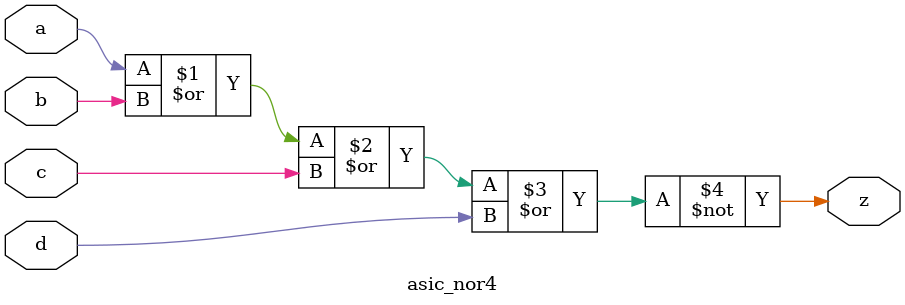
<source format=v>

module asic_nor4
   (
    input  a,
    input  b,
    input  c,
    input  d,
    output z
    );

   assign z = ~(a | b | c | d);

endmodule

</source>
